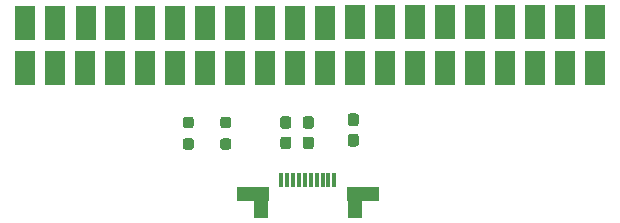
<source format=gbr>
%TF.GenerationSoftware,KiCad,Pcbnew,(5.1.9)-1*%
%TF.CreationDate,2021-11-21T17:51:23+01:00*%
%TF.ProjectId,MemoryBrakout,4d656d6f-7279-4427-9261-6b6f75742e6b,rev?*%
%TF.SameCoordinates,Original*%
%TF.FileFunction,Paste,Bot*%
%TF.FilePolarity,Positive*%
%FSLAX46Y46*%
G04 Gerber Fmt 4.6, Leading zero omitted, Abs format (unit mm)*
G04 Created by KiCad (PCBNEW (5.1.9)-1) date 2021-11-21 17:51:23*
%MOMM*%
%LPD*%
G01*
G04 APERTURE LIST*
%ADD10R,1.700000X3.000000*%
%ADD11R,0.300000X1.300000*%
%ADD12R,2.700000X1.300000*%
%ADD13R,1.300000X2.200000*%
G04 APERTURE END LIST*
%TO.C,C1*%
G36*
G01*
X185657500Y-83315000D02*
X185182500Y-83315000D01*
G75*
G02*
X184945000Y-83077500I0J237500D01*
G01*
X184945000Y-82477500D01*
G75*
G02*
X185182500Y-82240000I237500J0D01*
G01*
X185657500Y-82240000D01*
G75*
G02*
X185895000Y-82477500I0J-237500D01*
G01*
X185895000Y-83077500D01*
G75*
G02*
X185657500Y-83315000I-237500J0D01*
G01*
G37*
G36*
G01*
X185657500Y-81590000D02*
X185182500Y-81590000D01*
G75*
G02*
X184945000Y-81352500I0J237500D01*
G01*
X184945000Y-80752500D01*
G75*
G02*
X185182500Y-80515000I237500J0D01*
G01*
X185657500Y-80515000D01*
G75*
G02*
X185895000Y-80752500I0J-237500D01*
G01*
X185895000Y-81352500D01*
G75*
G02*
X185657500Y-81590000I-237500J0D01*
G01*
G37*
%TD*%
%TO.C,C2*%
G36*
G01*
X181847500Y-81817500D02*
X181372500Y-81817500D01*
G75*
G02*
X181135000Y-81580000I0J237500D01*
G01*
X181135000Y-80980000D01*
G75*
G02*
X181372500Y-80742500I237500J0D01*
G01*
X181847500Y-80742500D01*
G75*
G02*
X182085000Y-80980000I0J-237500D01*
G01*
X182085000Y-81580000D01*
G75*
G02*
X181847500Y-81817500I-237500J0D01*
G01*
G37*
G36*
G01*
X181847500Y-83542500D02*
X181372500Y-83542500D01*
G75*
G02*
X181135000Y-83305000I0J237500D01*
G01*
X181135000Y-82705000D01*
G75*
G02*
X181372500Y-82467500I237500J0D01*
G01*
X181847500Y-82467500D01*
G75*
G02*
X182085000Y-82705000I0J-237500D01*
G01*
X182085000Y-83305000D01*
G75*
G02*
X181847500Y-83542500I-237500J0D01*
G01*
G37*
%TD*%
%TO.C,C3*%
G36*
G01*
X179942500Y-83542500D02*
X179467500Y-83542500D01*
G75*
G02*
X179230000Y-83305000I0J237500D01*
G01*
X179230000Y-82705000D01*
G75*
G02*
X179467500Y-82467500I237500J0D01*
G01*
X179942500Y-82467500D01*
G75*
G02*
X180180000Y-82705000I0J-237500D01*
G01*
X180180000Y-83305000D01*
G75*
G02*
X179942500Y-83542500I-237500J0D01*
G01*
G37*
G36*
G01*
X179942500Y-81817500D02*
X179467500Y-81817500D01*
G75*
G02*
X179230000Y-81580000I0J237500D01*
G01*
X179230000Y-80980000D01*
G75*
G02*
X179467500Y-80742500I237500J0D01*
G01*
X179942500Y-80742500D01*
G75*
G02*
X180180000Y-80980000I0J-237500D01*
G01*
X180180000Y-81580000D01*
G75*
G02*
X179942500Y-81817500I-237500J0D01*
G01*
G37*
%TD*%
D10*
%TO.C,J1*%
X205885000Y-76685000D03*
X205885000Y-72811500D03*
X203345000Y-76685000D03*
X203345000Y-72811500D03*
X200805000Y-76685000D03*
X200805000Y-72811500D03*
X198265000Y-76685000D03*
X198265000Y-72811500D03*
X195725000Y-76685000D03*
X195725000Y-72811500D03*
X193185000Y-76685000D03*
X193185000Y-72811500D03*
X190645000Y-76685000D03*
X190645000Y-72811500D03*
X188105000Y-76685000D03*
X188105000Y-72811500D03*
X185565000Y-76685000D03*
X185565000Y-72811500D03*
X183025000Y-76685000D03*
X183025000Y-72875000D03*
X180485000Y-76685000D03*
X180467000Y-72834500D03*
X177945000Y-76685000D03*
X177927000Y-72834500D03*
X175405000Y-76685000D03*
X175387000Y-72834500D03*
X172865000Y-76685000D03*
X172847000Y-72834500D03*
X170325000Y-76685000D03*
X170307000Y-72834500D03*
X167785000Y-76685000D03*
X167767000Y-72834500D03*
X165245000Y-76685000D03*
X165227000Y-72834500D03*
X162705000Y-76685000D03*
X162750500Y-72834500D03*
X160165000Y-76685000D03*
X160147000Y-72834500D03*
X157607000Y-76708000D03*
X157607000Y-72834500D03*
%TD*%
%TO.C,R1*%
G36*
G01*
X174862500Y-81767500D02*
X174387500Y-81767500D01*
G75*
G02*
X174150000Y-81530000I0J237500D01*
G01*
X174150000Y-81030000D01*
G75*
G02*
X174387500Y-80792500I237500J0D01*
G01*
X174862500Y-80792500D01*
G75*
G02*
X175100000Y-81030000I0J-237500D01*
G01*
X175100000Y-81530000D01*
G75*
G02*
X174862500Y-81767500I-237500J0D01*
G01*
G37*
G36*
G01*
X174862500Y-83592500D02*
X174387500Y-83592500D01*
G75*
G02*
X174150000Y-83355000I0J237500D01*
G01*
X174150000Y-82855000D01*
G75*
G02*
X174387500Y-82617500I237500J0D01*
G01*
X174862500Y-82617500D01*
G75*
G02*
X175100000Y-82855000I0J-237500D01*
G01*
X175100000Y-83355000D01*
G75*
G02*
X174862500Y-83592500I-237500J0D01*
G01*
G37*
%TD*%
%TO.C,R7*%
G36*
G01*
X171687500Y-83592500D02*
X171212500Y-83592500D01*
G75*
G02*
X170975000Y-83355000I0J237500D01*
G01*
X170975000Y-82855000D01*
G75*
G02*
X171212500Y-82617500I237500J0D01*
G01*
X171687500Y-82617500D01*
G75*
G02*
X171925000Y-82855000I0J-237500D01*
G01*
X171925000Y-83355000D01*
G75*
G02*
X171687500Y-83592500I-237500J0D01*
G01*
G37*
G36*
G01*
X171687500Y-81767500D02*
X171212500Y-81767500D01*
G75*
G02*
X170975000Y-81530000I0J237500D01*
G01*
X170975000Y-81030000D01*
G75*
G02*
X171212500Y-80792500I237500J0D01*
G01*
X171687500Y-80792500D01*
G75*
G02*
X171925000Y-81030000I0J-237500D01*
G01*
X171925000Y-81530000D01*
G75*
G02*
X171687500Y-81767500I-237500J0D01*
G01*
G37*
%TD*%
D11*
%TO.C,U1*%
X180316300Y-86133800D03*
X183816300Y-86133800D03*
X180816300Y-86133800D03*
X181816300Y-86133800D03*
X179816300Y-86133800D03*
X179316300Y-86133800D03*
X182816300Y-86133800D03*
X183316300Y-86133800D03*
X182316300Y-86133800D03*
X181316300Y-86133800D03*
D12*
X176956200Y-87374200D03*
D13*
X177603900Y-88237800D03*
D12*
X186252600Y-87374200D03*
D13*
X185579500Y-88237800D03*
%TD*%
M02*

</source>
